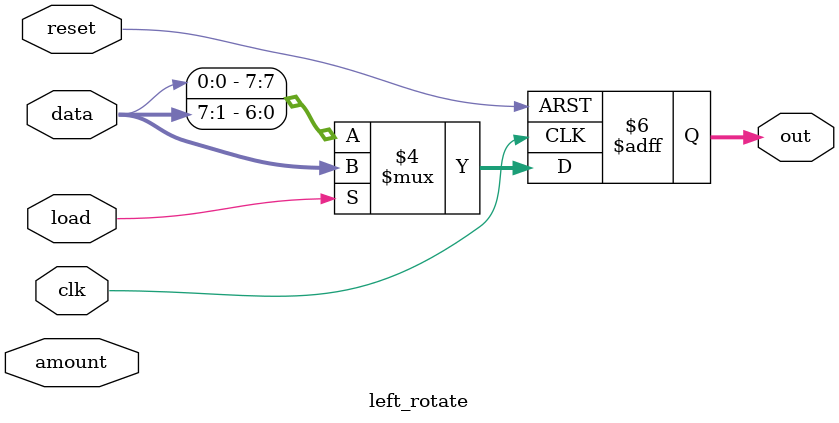
<source format=v>
module left_rotate(clk,reset,amount,data,load,out);
input clk,reset;
input [2:0] amount;
input [7:0] data;
input load;
output reg [7:0] out;
// when load is high, load data to out
// otherwise rotate the out register followed by left shift the out register by amount bits
always@(posedge clk or negedge reset)
begin
	if(reset == 1'b0)
	begin
	out <= 8'b0;
	end
	else
	begin
	if(load)
	out <= data;
	else
	begin
	out <= {data[7:0],data[7:1]};
	end
	end
end
endmodule

</source>
